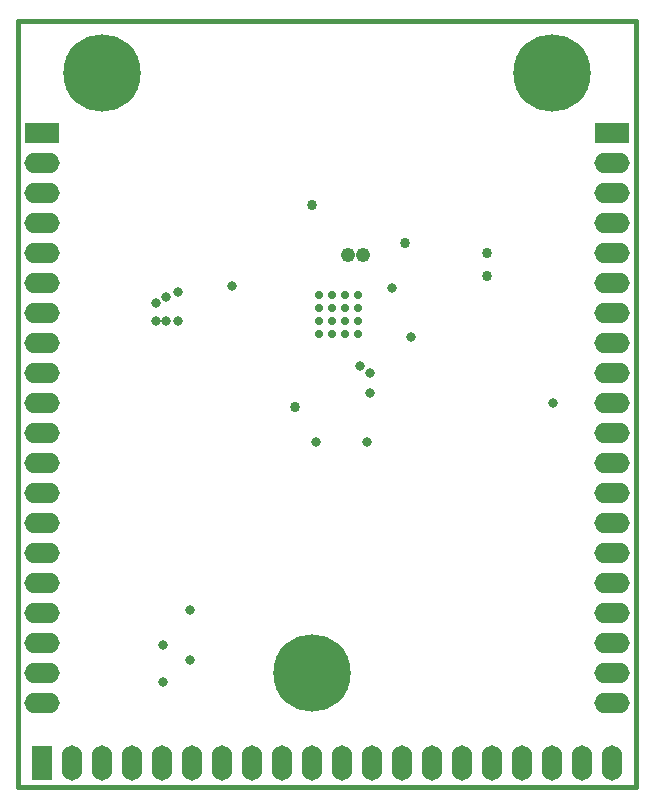
<source format=gbs>
G04 Layer_Color=16711935*
%FSLAX25Y25*%
%MOIN*%
G70*
G01*
G75*
%ADD21C,0.01500*%
%ADD42C,0.25800*%
%ADD43R,0.11800X0.06800*%
%ADD44O,0.11800X0.06800*%
%ADD45R,0.06800X0.11800*%
%ADD46O,0.06800X0.11800*%
%ADD47C,0.03200*%
%ADD48C,0.04800*%
%ADD49C,0.02769*%
%ADD50C,0.03400*%
D21*
X100000Y355500D02*
X102500D01*
X100000Y100000D02*
Y355500D01*
X102500D02*
X112500D01*
X161500D01*
X306000D01*
Y100000D02*
Y355500D01*
X100000Y100000D02*
X306000D01*
D42*
X198000Y138000D02*
D03*
X128000Y338000D02*
D03*
X278000D02*
D03*
D43*
X108000Y318000D02*
D03*
X298000D02*
D03*
D44*
X108000Y308000D02*
D03*
Y298000D02*
D03*
Y288000D02*
D03*
Y278000D02*
D03*
Y268000D02*
D03*
Y258000D02*
D03*
Y248000D02*
D03*
Y238000D02*
D03*
Y228000D02*
D03*
Y218000D02*
D03*
Y208000D02*
D03*
Y198000D02*
D03*
Y188000D02*
D03*
Y178000D02*
D03*
Y168000D02*
D03*
Y158000D02*
D03*
Y148000D02*
D03*
Y138000D02*
D03*
Y128000D02*
D03*
X298000Y308000D02*
D03*
Y298000D02*
D03*
Y288000D02*
D03*
Y278000D02*
D03*
Y268000D02*
D03*
Y258000D02*
D03*
Y248000D02*
D03*
Y238000D02*
D03*
Y228000D02*
D03*
Y218000D02*
D03*
Y208000D02*
D03*
Y198000D02*
D03*
Y188000D02*
D03*
Y178000D02*
D03*
Y168000D02*
D03*
Y158000D02*
D03*
Y148000D02*
D03*
Y138000D02*
D03*
Y128000D02*
D03*
D45*
X108000Y108000D02*
D03*
D46*
X118000D02*
D03*
X128000D02*
D03*
X138000D02*
D03*
X148000D02*
D03*
X158000D02*
D03*
X168000D02*
D03*
X178000D02*
D03*
X188000D02*
D03*
X198000D02*
D03*
X208000D02*
D03*
X218000D02*
D03*
X228000D02*
D03*
X238000D02*
D03*
X248000D02*
D03*
X258000D02*
D03*
X268000D02*
D03*
X278000D02*
D03*
X288000D02*
D03*
X298000D02*
D03*
D47*
X213937Y240500D02*
D03*
X149500Y255500D02*
D03*
X146000Y261500D02*
D03*
Y255500D02*
D03*
X149500Y263500D02*
D03*
X217500Y238000D02*
D03*
X148500Y147500D02*
D03*
Y135000D02*
D03*
X217500Y231500D02*
D03*
X157500Y159000D02*
D03*
Y142500D02*
D03*
X153500Y255500D02*
D03*
Y265000D02*
D03*
X224866Y266366D02*
D03*
X231000Y250000D02*
D03*
X199500Y215000D02*
D03*
X171500Y267000D02*
D03*
X216500Y215000D02*
D03*
X278500Y228000D02*
D03*
D48*
X210000Y277500D02*
D03*
X215000D02*
D03*
D49*
X213543Y251012D02*
D03*
X209213D02*
D03*
X204882D02*
D03*
X200551D02*
D03*
X213543Y255343D02*
D03*
X209213D02*
D03*
X204882D02*
D03*
X200551D02*
D03*
X213543Y259673D02*
D03*
X209213D02*
D03*
X204882D02*
D03*
X200551D02*
D03*
X213543Y264004D02*
D03*
X209213D02*
D03*
X204882D02*
D03*
X200551D02*
D03*
D50*
X198000Y294000D02*
D03*
X229000Y281500D02*
D03*
X256500Y278000D02*
D03*
Y270500D02*
D03*
X192228Y226847D02*
D03*
M02*

</source>
